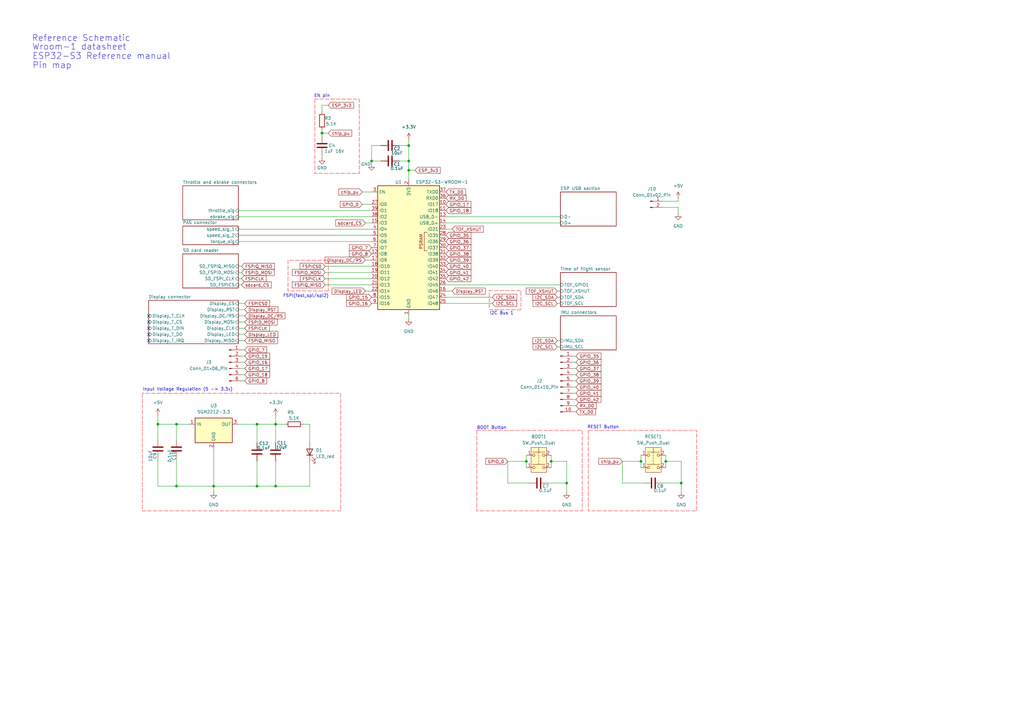
<source format=kicad_sch>
(kicad_sch (version 20250114) (generator "eeschema") (generator_version "9.0")
  (paper "A3")
  (lib_symbols
    (symbol "Connector:Conn_01x02_Pin" (pin_names (offset 1.016) (hide yes))
      (property "Reference" "J" (at 0 2.54 0))
      (property "Value" "Conn_01x02_Pin" (at 0 -5.08 0))
      (symbol "Conn_01x02_Pin_1_1"
        (rectangle (start 0.8636 0.127) (end 0 -0.127) (stroke (width 0.1524)) (fill (type outline)))
        (rectangle (start 0.8636 -2.413) (end 0 -2.667) (stroke (width 0.1524)) (fill (type outline)))
        (polyline (pts (xy 1.27 0) (xy 0.8636 0)) (stroke (width 0.1524)))
        (polyline (pts (xy 1.27 -2.54) (xy 0.8636 -2.54)) (stroke (width 0.1524)))
        (pin passive line (at 5.08 0 180) (length 3.81) (name "Pin_1") (number "1"))
        (pin passive line (at 5.08 -2.54 180) (length 3.81) (name "Pin_2") (number "2"))
      )
    )
    (symbol "Connector:Conn_01x06_Pin" (pin_names (offset 1.016) (hide yes))
      (property "Reference" "J" (at 0 7.62 0))
      (property "Value" "Conn_01x06_Pin" (at 0 -10.16 0))
      (symbol "Conn_01x06_Pin_1_1"
        (rectangle (start 0.8636 5.207) (end 0 4.953) (stroke (width 0.1524)) (fill (type outline)))
        (rectangle (start 0.8636 2.667) (end 0 2.413) (stroke (width 0.1524)) (fill (type outline)))
        (rectangle (start 0.8636 0.127) (end 0 -0.127) (stroke (width 0.1524)) (fill (type outline)))
        (rectangle (start 0.8636 -2.413) (end 0 -2.667) (stroke (width 0.1524)) (fill (type outline)))
        (rectangle (start 0.8636 -4.953) (end 0 -5.207) (stroke (width 0.1524)) (fill (type outline)))
        (rectangle (start 0.8636 -7.493) (end 0 -7.747) (stroke (width 0.1524)) (fill (type outline)))
        (polyline (pts (xy 1.27 5.08) (xy 0.8636 5.08)) (stroke (width 0.1524)))
        (polyline (pts (xy 1.27 2.54) (xy 0.8636 2.54)) (stroke (width 0.1524)))
        (polyline (pts (xy 1.27 0) (xy 0.8636 0)) (stroke (width 0.1524)))
        (polyline (pts (xy 1.27 -2.54) (xy 0.8636 -2.54)) (stroke (width 0.1524)))
        (polyline (pts (xy 1.27 -5.08) (xy 0.8636 -5.08)) (stroke (width 0.1524)))
        (polyline (pts (xy 1.27 -7.62) (xy 0.8636 -7.62)) (stroke (width 0.1524)))
        (pin passive line (at 5.08 5.08 180) (length 3.81) (name "Pin_1") (number "1"))
        (pin passive line (at 5.08 2.54 180) (length 3.81) (name "Pin_2") (number "2"))
        (pin passive line (at 5.08 0 180) (length 3.81) (name "Pin_3") (number "3"))
        (pin passive line (at 5.08 -2.54 180) (length 3.81) (name "Pin_4") (number "4"))
        (pin passive line (at 5.08 -5.08 180) (length 3.81) (name "Pin_5") (number "5"))
        (pin passive line (at 5.08 -7.62 180) (length 3.81) (name "Pin_6") (number "6"))
      )
    )
    (symbol "Connector:Conn_01x10_Pin" (pin_names (offset 1.016) (hide yes))
      (property "Reference" "J" (at 0 12.7 0))
      (property "Value" "Conn_01x10_Pin" (at 0 -15.24 0))
      (symbol "Conn_01x10_Pin_1_1"
        (rectangle (start 0.8636 10.287) (end 0 10.033) (stroke (width 0.1524)) (fill (type outline)))
        (rectangle (start 0.8636 7.747) (end 0 7.493) (stroke (width 0.1524)) (fill (type outline)))
        (rectangle (start 0.8636 5.207) (end 0 4.953) (stroke (width 0.1524)) (fill (type outline)))
        (rectangle (start 0.8636 2.667) (end 0 2.413) (stroke (width 0.1524)) (fill (type outline)))
        (rectangle (start 0.8636 0.127) (end 0 -0.127) (stroke (width 0.1524)) (fill (type outline)))
        (rectangle (start 0.8636 -2.413) (end 0 -2.667) (stroke (width 0.1524)) (fill (type outline)))
        (rectangle (start 0.8636 -4.953) (end 0 -5.207) (stroke (width 0.1524)) (fill (type outline)))
        (rectangle (start 0.8636 -7.493) (end 0 -7.747) (stroke (width 0.1524)) (fill (type outline)))
        (rectangle (start 0.8636 -10.033) (end 0 -10.287) (stroke (width 0.1524)) (fill (type outline)))
        (rectangle (start 0.8636 -12.573) (end 0 -12.827) (stroke (width 0.1524)) (fill (type outline)))
        (polyline (pts (xy 1.27 10.16) (xy 0.8636 10.16)) (stroke (width 0.1524)))
        (polyline (pts (xy 1.27 7.62) (xy 0.8636 7.62)) (stroke (width 0.1524)))
        (polyline (pts (xy 1.27 5.08) (xy 0.8636 5.08)) (stroke (width 0.1524)))
        (polyline (pts (xy 1.27 2.54) (xy 0.8636 2.54)) (stroke (width 0.1524)))
        (polyline (pts (xy 1.27 0) (xy 0.8636 0)) (stroke (width 0.1524)))
        (polyline (pts (xy 1.27 -2.54) (xy 0.8636 -2.54)) (stroke (width 0.1524)))
        (polyline (pts (xy 1.27 -5.08) (xy 0.8636 -5.08)) (stroke (width 0.1524)))
        (polyline (pts (xy 1.27 -7.62) (xy 0.8636 -7.62)) (stroke (width 0.1524)))
        (polyline (pts (xy 1.27 -10.16) (xy 0.8636 -10.16)) (stroke (width 0.1524)))
        (polyline (pts (xy 1.27 -12.7) (xy 0.8636 -12.7)) (stroke (width 0.1524)))
        (pin passive line (at 5.08 10.16 180) (length 3.81) (name "Pin_1") (number "1"))
        (pin passive line (at 5.08 7.62 180) (length 3.81) (name "Pin_2") (number "2"))
        (pin passive line (at 5.08 5.08 180) (length 3.81) (name "Pin_3") (number "3"))
        (pin passive line (at 5.08 2.54 180) (length 3.81) (name "Pin_4") (number "4"))
        (pin passive line (at 5.08 0 180) (length 3.81) (name "Pin_5") (number "5"))
        (pin passive line (at 5.08 -2.54 180) (length 3.81) (name "Pin_6") (number "6"))
        (pin passive line (at 5.08 -5.08 180) (length 3.81) (name "Pin_7") (number "7"))
        (pin passive line (at 5.08 -7.62 180) (length 3.81) (name "Pin_8") (number "8"))
        (pin passive line (at 5.08 -10.16 180) (length 3.81) (name "Pin_9") (number "9"))
        (pin passive line (at 5.08 -12.7 180) (length 3.81) (name "Pin_10") (number "10"))
      )
    )
    (symbol "Device:C" (pin_numbers (hide yes)) (pin_names (offset 0.254))
      (property "Reference" "C" (at 0.635 2.54 0))
      (property "Value" "C" (at 0.635 -2.54 0))
      (symbol "C_0_1"
        (polyline (pts (xy -2.032 0.762) (xy 2.032 0.762)) (stroke (width 0.508)))
        (polyline (pts (xy -2.032 -0.762) (xy 2.032 -0.762)) (stroke (width 0.508)))
      )
      (symbol "C_1_1"
        (pin passive line (at 0 3.81 270) (length 2.794) (name "~") (number "1"))
        (pin passive line (at 0 -3.81 90) (length 2.794) (name "~") (number "2"))
      )
    )
    (symbol "Device:LED" (pin_numbers (hide yes)) (pin_names (offset 1.016) (hide yes))
      (property "Reference" "D" (at 0 2.54 0))
      (property "Value" "LED" (at 0 -2.54 0))
      (symbol "LED_0_1"
        (polyline (pts (xy -3.048 -0.762) (xy -4.572 -2.286) (xy -3.81 -2.286) (xy -4.572 -2.286) (xy -4.572 -1.524)))
        (polyline (pts (xy -1.778 -0.762) (xy -3.302 -2.286) (xy -2.54 -2.286) (xy -3.302 -2.286) (xy -3.302 -1.524)))
        (polyline (pts (xy -1.27 0) (xy 1.27 0)))
        (polyline (pts (xy -1.27 -1.27) (xy -1.27 1.27)) (stroke (width 0.254)))
        (polyline (pts (xy 1.27 -1.27) (xy 1.27 1.27) (xy -1.27 0) (xy 1.27 -1.27)) (stroke (width 0.254)))
      )
      (symbol "LED_1_1"
        (pin passive line (at -3.81 0 0) (length 2.54) (name "K") (number "1"))
        (pin passive line (at 3.81 0 180) (length 2.54) (name "A") (number "2"))
      )
    )
    (symbol "Device:R" (pin_numbers (hide yes)) (pin_names (offset 0))
      (property "Reference" "R" (at 2.032 0 90))
      (property "Value" "R" (at 0 0 90))
      (symbol "R_0_1"
        (rectangle (start -1.016 -2.54) (end 1.016 2.54) (stroke (width 0.254)))
      )
      (symbol "R_1_1"
        (pin passive line (at 0 3.81 270) (length 1.27) (name "~") (number "1"))
        (pin passive line (at 0 -3.81 90) (length 1.27) (name "~") (number "2"))
      )
    )
    (symbol "RF_Module:ESP32-S3-WROOM-1"
      (property "Reference" "U" (at -12.7 26.67 0))
      (property "Value" "ESP32-S3-WROOM-1" (at 12.7 26.67 0))
      (symbol "ESP32-S3-WROOM-1_0_0"
        (rectangle (start -12.7 25.4) (end 12.7 -25.4) (stroke (width 0.254)) (fill (type background)))
        (text "PSRAM" (at 5.08 2.54 900) (effects (font (size 1.27 1.27))))
      )
      (symbol "ESP32-S3-WROOM-1_0_1"
        (polyline (pts (xy 7.62 -1.27) (xy 6.35 -1.27) (xy 6.35 6.35) (xy 7.62 6.35)))
      )
      (symbol "ESP32-S3-WROOM-1_1_1"
        (pin input line (at -15.24 22.86 0) (length 2.54) (name "EN") (number "3"))
        (pin bidirectional line (at -15.24 17.78 0) (length 2.54) (name "IO0") (number "27"))
        (pin bidirectional line (at -15.24 15.24 0) (length 2.54) (name "IO1") (number "39"))
        (pin bidirectional line (at -15.24 12.7 0) (length 2.54) (name "IO2") (number "38"))
        (pin bidirectional line (at -15.24 10.16 0) (length 2.54) (name "IO3") (number "15"))
        (pin bidirectional line (at -15.24 7.62 0) (length 2.54) (name "IO4") (number "4"))
        (pin bidirectional line (at -15.24 5.08 0) (length 2.54) (name "IO5") (number "5"))
        (pin bidirectional line (at -15.24 2.54 0) (length 2.54) (name "IO6") (number "6"))
        (pin bidirectional line (at -15.24 0 0) (length 2.54) (name "IO7") (number "7"))
        (pin bidirectional line (at -15.24 -2.54 0) (length 2.54) (name "IO8") (number "12"))
        (pin bidirectional line (at -15.24 -5.08 0) (length 2.54) (name "IO9") (number "17"))
        (pin bidirectional line (at -15.24 -7.62 0) (length 2.54) (name "IO10") (number "18"))
        (pin bidirectional line (at -15.24 -10.16 0) (length 2.54) (name "IO11") (number "19"))
        (pin bidirectional line (at -15.24 -12.7 0) (length 2.54) (name "IO12") (number "20"))
        (pin bidirectional line (at -15.24 -15.24 0) (length 2.54) (name "IO13") (number "21"))
        (pin bidirectional line (at -15.24 -17.78 0) (length 2.54) (name "IO14") (number "22"))
        (pin bidirectional line (at -15.24 -20.32 0) (length 2.54) (name "IO15") (number "8"))
        (pin bidirectional line (at -15.24 -22.86 0) (length 2.54) (name "IO16") (number "9"))
        (pin power_in line (at 0 27.94 270) (length 2.54) (name "3V3") (number "2"))
        (pin power_in line (at 0 -27.94 90) (length 2.54) (name "GND") (number "1"))
        (pin passive line (at 0 -27.94 90) (length 2.54) (hide yes) (name "GND") (number "40"))
        (pin passive line (at 0 -27.94 90) (length 2.54) (hide yes) (name "GND") (number "41"))
        (pin bidirectional line (at 15.24 22.86 180) (length 2.54) (name "TXD0") (number "37"))
        (pin bidirectional line (at 15.24 20.32 180) (length 2.54) (name "RXD0") (number "36"))
        (pin bidirectional line (at 15.24 17.78 180) (length 2.54) (name "IO17") (number "10"))
        (pin bidirectional line (at 15.24 15.24 180) (length 2.54) (name "IO18") (number "11"))
        (pin bidirectional line (at 15.24 12.7 180) (length 2.54) (name "USB_D-") (number "13"))
        (pin bidirectional line (at 15.24 10.16 180) (length 2.54) (name "USB_D+") (number "14"))
        (pin bidirectional line (at 15.24 7.62 180) (length 2.54) (name "IO21") (number "23"))
        (pin bidirectional line (at 15.24 5.08 180) (length 2.54) (name "IO35") (number "28"))
        (pin bidirectional line (at 15.24 2.54 180) (length 2.54) (name "IO36") (number "29"))
        (pin bidirectional line (at 15.24 0 180) (length 2.54) (name "IO37") (number "30"))
        (pin bidirectional line (at 15.24 -2.54 180) (length 2.54) (name "IO38") (number "31"))
        (pin bidirectional line (at 15.24 -5.08 180) (length 2.54) (name "IO39") (number "32"))
        (pin bidirectional line (at 15.24 -7.62 180) (length 2.54) (name "IO40") (number "33"))
        (pin bidirectional line (at 15.24 -10.16 180) (length 2.54) (name "IO41") (number "34"))
        (pin bidirectional line (at 15.24 -12.7 180) (length 2.54) (name "IO42") (number "35"))
        (pin bidirectional line (at 15.24 -15.24 180) (length 2.54) (name "IO45") (number "26"))
        (pin bidirectional line (at 15.24 -17.78 180) (length 2.54) (name "IO46") (number "16"))
        (pin bidirectional line (at 15.24 -20.32 180) (length 2.54) (name "IO47") (number "24"))
        (pin bidirectional line (at 15.24 -22.86 180) (length 2.54) (name "IO48") (number "25"))
      )
    )
    (symbol "Regulator_Linear:LT1963AxST-1.5"
      (property "Reference" "U" (at -7.62 6.35 0))
      (property "Value" "LT1963AxST-1.5" (at -1.27 6.35 0))
      (symbol "LT1963AxST-1.5_0_1"
        (rectangle (start -7.62 5.08) (end 7.62 -5.08) (stroke (width 0.254)) (fill (type background)))
      )
      (symbol "LT1963AxST-1.5_1_1"
        (pin power_in line (at -10.16 2.54 0) (length 2.54) (name "IN") (number "1"))
        (pin power_in line (at 0 -7.62 90) (length 2.54) (name "GND") (number "2"))
        (pin power_out line (at 10.16 2.54 180) (length 2.54) (name "OUT") (number "3"))
      )
    )
    (symbol "SW_Push_Dual_1" (pin_names (offset 1.016) (hide yes))
      (property "Reference" "SW2" (at 0 10.16 0))
      (property "Value" "SW_Push_Dual" (at 0 7.62 0))
      (symbol "SW_Push_Dual_1_0_1"
        (circle (center -2.032 2.54) (radius 0.508))
        (circle (center -2.032 -2.54) (radius 0.508))
        (polyline (pts (xy 0 3.81) (xy 0 5.588)))
        (polyline (pts (xy 0 3.048) (xy 0 3.556)))
        (polyline (pts (xy 0 2.032) (xy 0 2.54)))
        (polyline (pts (xy 0 1.016) (xy 0 1.524)))
        (polyline (pts (xy 0 0.508) (xy 0 0)))
        (polyline (pts (xy 0 -0.508) (xy 0 -1.016)))
        (circle (center 2.032 2.54) (radius 0.508))
        (circle (center 2.032 -2.54) (radius 0.508))
        (polyline (pts (xy 2.54 3.81) (xy -2.54 3.81)))
        (polyline (pts (xy 2.54 -1.27) (xy -2.54 -1.27)))
        (pin passive line (at -5.08 2.54 0) (length 2.54) (name "1") (number "1"))
        (pin passive line (at 5.08 2.54 180) (length 2.54) (name "2") (number "2"))
      )
      (symbol "SW_Push_Dual_1_1_1"
        (rectangle (start -3.175 5.715) (end 3.175 -4.445) (fill (type background)))
        (pin passive line (at -5.08 -2.54 0) (length 2.54) (name "1") (number "1"))
        (pin passive line (at 5.08 -2.54 180) (length 2.54) (name "2") (number "2"))
      )
    )
    (symbol "SW_Push_Dual_2" (pin_names (offset 1.016) (hide yes))
      (property "Reference" "SW2" (at 0 10.16 0))
      (property "Value" "SW_Push_Dual" (at 0 7.62 0))
      (symbol "SW_Push_Dual_2_0_1"
        (circle (center -2.032 2.54) (radius 0.508))
        (circle (center -2.032 -2.54) (radius 0.508))
        (polyline (pts (xy 0 3.81) (xy 0 5.588)))
        (polyline (pts (xy 0 3.048) (xy 0 3.556)))
        (polyline (pts (xy 0 2.032) (xy 0 2.54)))
        (polyline (pts (xy 0 1.016) (xy 0 1.524)))
        (polyline (pts (xy 0 0.508) (xy 0 0)))
        (polyline (pts (xy 0 -0.508) (xy 0 -1.016)))
        (circle (center 2.032 2.54) (radius 0.508))
        (circle (center 2.032 -2.54) (radius 0.508))
        (polyline (pts (xy 2.54 3.81) (xy -2.54 3.81)))
        (polyline (pts (xy 2.54 -1.27) (xy -2.54 -1.27)))
        (pin passive line (at -5.08 2.54 0) (length 2.54) (name "1") (number "1"))
        (pin passive line (at 5.08 2.54 180) (length 2.54) (name "2") (number "2"))
      )
      (symbol "SW_Push_Dual_2_1_1"
        (rectangle (start -3.175 5.715) (end 3.175 -4.445) (fill (type background)))
        (pin passive line (at -5.08 -2.54 0) (length 2.54) (name "1") (number "1"))
        (pin passive line (at 5.08 -2.54 180) (length 2.54) (name "2") (number "2"))
      )
    )
    (symbol "power:+3.3V" (power) (pin_numbers (hide yes)) (pin_names (offset 0) (hide yes))
      (property "Value" "+3.3V" (at 0 3.556 0))
      (symbol "+3.3V_0_1"
        (polyline (pts (xy -0.762 1.27) (xy 0 2.54)))
        (polyline (pts (xy 0 2.54) (xy 0.762 1.27)))
        (polyline (pts (xy 0 0) (xy 0 2.54)))
      )
      (symbol "+3.3V_1_1"
        (pin power_in line (at 0 0 90) (length 0) (name "~") (number "1"))
      )
    )
    (symbol "power:+5V" (power) (pin_numbers (hide yes)) (pin_names (offset 0) (hide yes))
      (property "Value" "+5V" (at 0 3.556 0))
      (symbol "+5V_0_1"
        (polyline (pts (xy -0.762 1.27) (xy 0 2.54)))
        (polyline (pts (xy 0 2.54) (xy 0.762 1.27)))
        (polyline (pts (xy 0 0) (xy 0 2.54)))
      )
      (symbol "+5V_1_1"
        (pin power_in line (at 0 0 90) (length 0) (name "~") (number "1"))
      )
    )
    (symbol "power:GND" (power) (pin_numbers (hide yes)) (pin_names (offset 0) (hide yes))
      (property "Value" "GND" (at 0 -3.81 0))
      (symbol "GND_0_1"
        (polyline (pts (xy 0 0) (xy 0 -1.27) (xy 1.27 -1.27) (xy 0 -2.54) (xy -1.27 -1.27) (xy 0 -1.27)))
      )
      (symbol "GND_1_1"
        (pin power_in line (at 0 0 270) (length 0) (name "~") (number "1"))
      )
    )
  )
  (text "EN pin" (at 132.08 39.37 0) (effects (font (size 1.27 1.27))))
  (text "FSPI(fast_spi/spi2)" (at 125.476 121.412 0) (effects (font (size 1.27 1.27))))
  (text "Reference Schematic" (at 33.274 15.748 0) (effects (font (size 2.54 2.54))))
  (text "Wroom-1 datasheet" (at 32.512 19.304 0) (effects (font (size 2.54 2.54))))
  (text "Pin map" (at 21.336 26.924 0) (effects (font (size 2.54 2.54))))
  (text "RESET Button" (at 247.396 175.26 0) (effects (font (size 1.27 1.27))))
  (text "Input Voltage Regulation (5 -> 3.3v)" (at 76.962 159.766 0) (effects (font (size 1.27 1.27))))
  (text "I2C Bus 1" (at 205.74 128.524 0) (effects (font (size 1.27 1.27))))
  (text "BOOT Button" (at 201.676 175.514 0) (effects (font (size 1.27 1.27))))
  (text "ESP32-S3 Reference manual" (at 41.656 23.114 0) (effects (font (size 2.54 2.54))))
  (junction (at 105.41 173.99))
  (junction (at 273.05 189.23))
  (junction (at 64.77 173.99))
  (junction (at 105.41 199.39))
  (junction (at 132.08 54.61))
  (junction (at 167.64 66.04))
  (junction (at 113.03 173.99))
  (junction (at 215.9 189.23))
  (junction (at 167.64 69.85))
  (junction (at 113.03 199.39))
  (junction (at 152.4 66.04))
  (junction (at 279.4 198.12))
  (junction (at 72.39 199.39))
  (junction (at 167.64 59.69))
  (junction (at 72.39 173.99))
  (junction (at 232.41 198.12))
  (junction (at 87.63 199.39))
  (junction (at 226.06 189.23))
  (junction (at 262.89 189.23))
  (no_connect (at 60.96 132.08))
  (no_connect (at 60.96 137.16))
  (no_connect (at 60.96 134.62))
  (no_connect (at 60.96 129.54))
  (no_connect (at 60.96 139.7))
  (wire (pts (xy 167.64 57.15) (xy 167.64 59.69)))
  (wire (pts (xy 278.13 82.55) (xy 278.13 81.28)))
  (wire (pts (xy 105.41 199.39) (xy 87.63 199.39)))
  (wire (pts (xy 100.33 153.67) (xy 99.06 153.67)))
  (wire (pts (xy 127 199.39) (xy 113.03 199.39)))
  (wire (pts (xy 87.63 199.39) (xy 72.39 199.39)))
  (wire (pts (xy 64.77 199.39) (xy 64.77 187.96)))
  (wire (pts (xy 72.39 173.99) (xy 77.47 173.99)))
  (wire (pts (xy 149.86 106.68) (xy 152.4 106.68)))
  (wire (pts (xy 208.28 189.23) (xy 215.9 189.23)))
  (wire (pts (xy 215.9 189.23) (xy 215.9 191.77)))
  (wire (pts (xy 97.79 96.52) (xy 152.4 96.52)))
  (wire (pts (xy 236.22 153.67) (xy 234.95 153.67)))
  (wire (pts (xy 72.39 180.34) (xy 72.39 173.99)))
  (wire (pts (xy 148.59 83.82) (xy 152.4 83.82)))
  (wire (pts (xy 133.35 114.3) (xy 152.4 114.3)))
  (wire (pts (xy 167.64 69.85) (xy 167.64 73.66)))
  (wire (pts (xy 226.06 186.69) (xy 226.06 189.23)))
  (wire (pts (xy 201.93 124.46) (xy 182.88 124.46)))
  (wire (pts (xy 64.77 180.34) (xy 64.77 173.99)))
  (wire (pts (xy 232.41 198.12) (xy 232.41 189.23)))
  (wire (pts (xy 236.22 151.13) (xy 234.95 151.13)))
  (wire (pts (xy 113.03 189.23) (xy 113.03 199.39)))
  (wire (pts (xy 215.9 186.69) (xy 215.9 189.23)))
  (wire (pts (xy 170.18 69.85) (xy 167.64 69.85)))
  (wire (pts (xy 182.88 91.44) (xy 229.87 91.44)))
  (wire (pts (xy 124.46 173.99) (xy 127 173.99)))
  (wire (pts (xy 273.05 189.23) (xy 273.05 191.77)))
  (wire (pts (xy 99.06 109.22) (xy 97.79 109.22)))
  (wire (pts (xy 100.33 127) (xy 97.79 127)))
  (wire (pts (xy 262.89 189.23) (xy 262.89 191.77)))
  (wire (pts (xy 97.79 99.06) (xy 152.4 99.06)))
  (wire (pts (xy 113.03 170.18) (xy 113.03 173.99)))
  (wire (pts (xy 149.86 119.38) (xy 152.4 119.38)))
  (wire (pts (xy 100.33 151.13) (xy 99.06 151.13)))
  (wire (pts (xy 236.22 146.05) (xy 234.95 146.05)))
  (wire (pts (xy 97.79 88.9) (xy 152.4 88.9)))
  (wire (pts (xy 100.33 139.7) (xy 97.79 139.7)))
  (wire (pts (xy 224.79 198.12) (xy 232.41 198.12)))
  (wire (pts (xy 167.64 130.81) (xy 167.64 129.54)))
  (wire (pts (xy 100.33 134.62) (xy 97.79 134.62)))
  (wire (pts (xy 152.4 59.69) (xy 152.4 66.04)))
  (wire (pts (xy 133.35 109.22) (xy 152.4 109.22)))
  (wire (pts (xy 72.39 199.39) (xy 64.77 199.39)))
  (wire (pts (xy 152.4 59.69) (xy 156.21 59.69)))
  (wire (pts (xy 97.79 93.98) (xy 152.4 93.98)))
  (wire (pts (xy 228.6 142.24) (xy 229.87 142.24)))
  (wire (pts (xy 97.79 173.99) (xy 105.41 173.99)))
  (wire (pts (xy 182.88 116.84) (xy 229.87 116.84)))
  (wire (pts (xy 236.22 156.21) (xy 234.95 156.21)))
  (wire (pts (xy 100.33 143.51) (xy 99.06 143.51)))
  (wire (pts (xy 278.13 85.09) (xy 278.13 87.63)))
  (wire (pts (xy 167.64 66.04) (xy 167.64 69.85)))
  (wire (pts (xy 100.33 132.08) (xy 97.79 132.08)))
  (wire (pts (xy 132.08 43.18) (xy 132.08 45.72)))
  (wire (pts (xy 262.89 186.69) (xy 262.89 189.23)))
  (wire (pts (xy 64.77 170.18) (xy 64.77 173.99)))
  (wire (pts (xy 132.08 54.61) (xy 132.08 53.34)))
  (wire (pts (xy 236.22 161.29) (xy 234.95 161.29)))
  (wire (pts (xy 100.33 146.05) (xy 99.06 146.05)))
  (wire (pts (xy 185.42 93.98) (xy 182.88 93.98)))
  (wire (pts (xy 217.17 198.12) (xy 208.28 198.12)))
  (wire (pts (xy 152.4 67.31) (xy 152.4 66.04)))
  (wire (pts (xy 132.08 55.88) (xy 132.08 54.61)))
  (wire (pts (xy 97.79 86.36) (xy 152.4 86.36)))
  (wire (pts (xy 97.79 124.46) (xy 100.33 124.46)))
  (wire (pts (xy 99.06 114.3) (xy 97.79 114.3)))
  (wire (pts (xy 236.22 163.83) (xy 234.95 163.83)))
  (wire (pts (xy 236.22 158.75) (xy 234.95 158.75)))
  (wire (pts (xy 99.06 111.76) (xy 97.79 111.76)))
  (wire (pts (xy 182.88 88.9) (xy 229.87 88.9)))
  (wire (pts (xy 105.41 173.99) (xy 105.41 181.61)))
  (wire (pts (xy 228.6 119.38) (xy 229.87 119.38)))
  (wire (pts (xy 208.28 198.12) (xy 208.28 189.23)))
  (wire (pts (xy 271.78 85.09) (xy 278.13 85.09)))
  (wire (pts (xy 99.06 116.84) (xy 97.79 116.84)))
  (wire (pts (xy 127 173.99) (xy 127 181.61)))
  (wire (pts (xy 232.41 189.23) (xy 226.06 189.23)))
  (wire (pts (xy 279.4 201.93) (xy 279.4 198.12)))
  (wire (pts (xy 100.33 156.21) (xy 99.06 156.21)))
  (wire (pts (xy 236.22 148.59) (xy 234.95 148.59)))
  (wire (pts (xy 236.22 168.91) (xy 234.95 168.91)))
  (wire (pts (xy 149.86 91.44) (xy 152.4 91.44)))
  (wire (pts (xy 255.27 189.23) (xy 262.89 189.23)))
  (wire (pts (xy 228.6 139.7) (xy 229.87 139.7)))
  (wire (pts (xy 100.33 129.54) (xy 97.79 129.54)))
  (wire (pts (xy 72.39 187.96) (xy 72.39 199.39)))
  (wire (pts (xy 134.62 43.18) (xy 132.08 43.18)))
  (wire (pts (xy 185.42 119.38) (xy 182.88 119.38)))
  (wire (pts (xy 273.05 186.69) (xy 273.05 189.23)))
  (wire (pts (xy 152.4 66.04) (xy 156.21 66.04)))
  (wire (pts (xy 163.83 59.69) (xy 167.64 59.69)))
  (wire (pts (xy 105.41 189.23) (xy 105.41 199.39)))
  (wire (pts (xy 271.78 82.55) (xy 278.13 82.55)))
  (wire (pts (xy 134.62 54.61) (xy 132.08 54.61)))
  (wire (pts (xy 228.6 124.46) (xy 229.87 124.46)))
  (wire (pts (xy 279.4 198.12) (xy 279.4 189.23)))
  (wire (pts (xy 201.93 121.92) (xy 182.88 121.92)))
  (wire (pts (xy 228.6 121.92) (xy 229.87 121.92)))
  (wire (pts (xy 100.33 148.59) (xy 99.06 148.59)))
  (wire (pts (xy 167.64 59.69) (xy 167.64 66.04)))
  (wire (pts (xy 133.35 111.76) (xy 152.4 111.76)))
  (wire (pts (xy 236.22 166.37) (xy 234.95 166.37)))
  (wire (pts (xy 255.27 198.12) (xy 255.27 189.23)))
  (wire (pts (xy 113.03 181.61) (xy 113.03 173.99)))
  (wire (pts (xy 72.39 173.99) (xy 64.77 173.99)))
  (wire (pts (xy 87.63 201.93) (xy 87.63 199.39)))
  (wire (pts (xy 87.63 184.15) (xy 87.63 199.39)))
  (wire (pts (xy 226.06 189.23) (xy 226.06 191.77)))
  (wire (pts (xy 97.79 137.16) (xy 100.33 137.16)))
  (wire (pts (xy 264.16 198.12) (xy 255.27 198.12)))
  (wire (pts (xy 132.08 64.77) (xy 132.08 63.5)))
  (wire (pts (xy 232.41 201.93) (xy 232.41 198.12)))
  (wire (pts (xy 113.03 173.99) (xy 105.41 173.99)))
  (wire (pts (xy 167.64 66.04) (xy 163.83 66.04)))
  (wire (pts (xy 279.4 189.23) (xy 273.05 189.23)))
  (wire (pts (xy 148.59 78.74) (xy 152.4 78.74)))
  (wire (pts (xy 127 189.23) (xy 127 199.39)))
  (wire (pts (xy 113.03 199.39) (xy 105.41 199.39)))
  (wire (pts (xy 116.84 173.99) (xy 113.03 173.99)))
  (wire (pts (xy 271.78 198.12) (xy 279.4 198.12)))
  (wire (pts (xy 133.35 116.84) (xy 152.4 116.84)))
  (global_label "FSPIQ_MISO" (shape input) (at 133.35 116.84 180) (property "Intersheetrefs" "${INTERSHEET_REFS}" (effects (hide yes))))
  (global_label "I2C_SDA" (shape input) (at 228.6 121.92 180) (property "Intersheetrefs" "${INTERSHEET_REFS}" (effects (hide yes))))
  (global_label "sdcard_CS" (shape input) (at 99.06 116.84 0) (property "Intersheetrefs" "${INTERSHEET_REFS}" (effects (hide yes))))
  (global_label "GPIO_37" (shape input) (at 182.88 101.6 0) (property "Intersheetrefs" "${INTERSHEET_REFS}" (effects (hide yes))))
  (global_label "Display_RST" (shape input) (at 100.33 127 0) (property "Intersheetrefs" "${INTERSHEET_REFS}" (effects (hide yes))))
  (global_label "ESP_3v3" (shape input) (at 170.18 69.85 0) (property "Intersheetrefs" "${INTERSHEET_REFS}" (effects (hide yes))))
  (global_label "GPIO_39" (shape input) (at 236.22 156.21 0) (property "Intersheetrefs" "${INTERSHEET_REFS}" (effects (hide yes))))
  (global_label "GPIO_18" (shape input) (at 100.33 153.67 0) (property "Intersheetrefs" "${INTERSHEET_REFS}" (effects (hide yes))))
  (global_label "GPIO_8" (shape input) (at 100.33 156.21 0) (property "Intersheetrefs" "${INTERSHEET_REFS}" (effects (hide yes))))
  (global_label "GPIO_15" (shape input) (at 100.33 146.05 0) (property "Intersheetrefs" "${INTERSHEET_REFS}" (effects (hide yes))))
  (global_label "GPIO_38" (shape input) (at 236.22 153.67 0) (property "Intersheetrefs" "${INTERSHEET_REFS}" (effects (hide yes))))
  (global_label "sdcard_CS" (shape input) (at 149.86 91.44 180) (property "Intersheetrefs" "${INTERSHEET_REFS}" (effects (hide yes))))
  (global_label "FSPID_MOSI" (shape input) (at 100.33 132.08 0) (property "Intersheetrefs" "${INTERSHEET_REFS}" (effects (hide yes))))
  (global_label "I2C_SCL" (shape input) (at 228.6 142.24 180) (property "Intersheetrefs" "${INTERSHEET_REFS}" (effects (hide yes))))
  (global_label "I2C_SDA" (shape input) (at 201.93 121.92 0) (property "Intersheetrefs" "${INTERSHEET_REFS}" (effects (hide yes))))
  (global_label "Display_LED" (shape input) (at 149.86 119.38 180) (property "Intersheetrefs" "${INTERSHEET_REFS}" (effects (hide yes))))
  (global_label "chip_pu" (shape input) (at 255.27 189.23 180) (property "Intersheetrefs" "${INTERSHEET_REFS}" (effects (hide yes))))
  (global_label "TX_D0" (shape input) (at 182.88 78.74 0) (property "Intersheetrefs" "${INTERSHEET_REFS}" (effects (hide yes))))
  (global_label "FSPICS0" (shape input) (at 100.33 124.46 0) (property "Intersheetrefs" "${INTERSHEET_REFS}" (effects (hide yes))))
  (global_label "GPIO_0" (shape input) (at 148.59 83.82 180) (property "Intersheetrefs" "${INTERSHEET_REFS}" (effects (hide yes))))
  (global_label "GPIO_36" (shape input) (at 182.88 99.06 0) (property "Intersheetrefs" "${INTERSHEET_REFS}" (effects (hide yes))))
  (global_label "I2C_SCL" (shape input) (at 228.6 124.46 180) (property "Intersheetrefs" "${INTERSHEET_REFS}" (effects (hide yes))))
  (global_label "GPIO_42" (shape input) (at 236.22 163.83 0) (property "Intersheetrefs" "${INTERSHEET_REFS}" (effects (hide yes))))
  (global_label "GPIO_36" (shape input) (at 236.22 148.59 0) (property "Intersheetrefs" "${INTERSHEET_REFS}" (effects (hide yes))))
  (global_label "FSPIQ_MISO" (shape input) (at 99.06 109.22 0) (property "Intersheetrefs" "${INTERSHEET_REFS}" (effects (hide yes))))
  (global_label "GPIO_37" (shape input) (at 236.22 151.13 0) (property "Intersheetrefs" "${INTERSHEET_REFS}" (effects (hide yes))))
  (global_label "GPIO_40" (shape input) (at 236.22 158.75 0) (property "Intersheetrefs" "${INTERSHEET_REFS}" (effects (hide yes))))
  (global_label "I2C_SDA" (shape input) (at 228.6 139.7 180) (property "Intersheetrefs" "${INTERSHEET_REFS}" (effects (hide yes))))
  (global_label "FSPIQ_MISO" (shape input) (at 100.33 139.7 0) (property "Intersheetrefs" "${INTERSHEET_REFS}" (effects (hide yes))))
  (global_label "GPIO_17" (shape input) (at 100.33 151.13 0) (property "Intersheetrefs" "${INTERSHEET_REFS}" (effects (hide yes))))
  (global_label "GPIO_42" (shape input) (at 182.88 114.3 0) (property "Intersheetrefs" "${INTERSHEET_REFS}" (effects (hide yes))))
  (global_label "GPIO_35" (shape input) (at 182.88 96.52 0) (property "Intersheetrefs" "${INTERSHEET_REFS}" (effects (hide yes))))
  (global_label "GPIO_35" (shape input) (at 236.22 146.05 0) (property "Intersheetrefs" "${INTERSHEET_REFS}" (effects (hide yes))))
  (global_label "I2C_SCL" (shape input) (at 201.93 124.46 0) (property "Intersheetrefs" "${INTERSHEET_REFS}" (effects (hide yes))))
  (global_label "GPIO_8" (shape input) (at 152.4 104.14 180) (property "Intersheetrefs" "${INTERSHEET_REFS}" (effects (hide yes))))
  (global_label "FSPICLK" (shape input) (at 99.06 114.3 0) (property "Intersheetrefs" "${INTERSHEET_REFS}" (effects (hide yes))))
  (global_label "GPIO_18" (shape input) (at 182.88 86.36 0) (property "Intersheetrefs" "${INTERSHEET_REFS}" (effects (hide yes))))
  (global_label "RX_D0" (shape input) (at 182.88 81.28 0) (property "Intersheetrefs" "${INTERSHEET_REFS}" (effects (hide yes))))
  (global_label "ESP_3v3" (shape input) (at 134.62 43.18 0) (property "Intersheetrefs" "${INTERSHEET_REFS}" (effects (hide yes))))
  (global_label "TX_D0" (shape input) (at 236.22 168.91 0) (property "Intersheetrefs" "${INTERSHEET_REFS}" (effects (hide yes))))
  (global_label "FSPID_MOSI" (shape input) (at 133.35 111.76 180) (property "Intersheetrefs" "${INTERSHEET_REFS}" (effects (hide yes))))
  (global_label "GPIO_41" (shape input) (at 236.22 161.29 0) (property "Intersheetrefs" "${INTERSHEET_REFS}" (effects (hide yes))))
  (global_label "GPIO_41" (shape input) (at 182.88 111.76 0) (property "Intersheetrefs" "${INTERSHEET_REFS}" (effects (hide yes))))
  (global_label "GPIO_16" (shape input) (at 152.4 124.46 180) (property "Intersheetrefs" "${INTERSHEET_REFS}" (effects (hide yes))))
  (global_label "GPIO_7" (shape input) (at 100.33 143.51 0) (property "Intersheetrefs" "${INTERSHEET_REFS}" (effects (hide yes))))
  (global_label "chip_pu" (shape input) (at 134.62 54.61 0) (property "Intersheetrefs" "${INTERSHEET_REFS}" (effects (hide yes))))
  (global_label "GPIO_40" (shape input) (at 182.88 109.22 0) (property "Intersheetrefs" "${INTERSHEET_REFS}" (effects (hide yes))))
  (global_label "GPIO_16" (shape input) (at 100.33 148.59 0) (property "Intersheetrefs" "${INTERSHEET_REFS}" (effects (hide yes))))
  (global_label "GPIO_17" (shape input) (at 182.88 83.82 0) (property "Intersheetrefs" "${INTERSHEET_REFS}" (effects (hide yes))))
  (global_label "GPIO_38" (shape input) (at 182.88 104.14 0) (property "Intersheetrefs" "${INTERSHEET_REFS}" (effects (hide yes))))
  (global_label "Display_DC{slash}RS" (shape input) (at 100.33 129.54 0) (property "Intersheetrefs" "${INTERSHEET_REFS}" (effects (hide yes))))
  (global_label "FSPID_MOSI" (shape input) (at 99.06 111.76 0) (property "Intersheetrefs" "${INTERSHEET_REFS}" (effects (hide yes))))
  (global_label "RX_D0" (shape input) (at 236.22 166.37 0) (property "Intersheetrefs" "${INTERSHEET_REFS}" (effects (hide yes))))
  (global_label "GPIO_7" (shape input) (at 152.4 101.6 180) (property "Intersheetrefs" "${INTERSHEET_REFS}" (effects (hide yes))))
  (global_label "FSPICLK" (shape input) (at 100.33 134.62 0) (property "Intersheetrefs" "${INTERSHEET_REFS}" (effects (hide yes))))
  (global_label "Display_RST" (shape input) (at 185.42 119.38 0) (property "Intersheetrefs" "${INTERSHEET_REFS}" (effects (hide yes))))
  (global_label "GPIO_39" (shape input) (at 182.88 106.68 0) (property "Intersheetrefs" "${INTERSHEET_REFS}" (effects (hide yes))))
  (global_label "FSPICLK" (shape input) (at 133.35 114.3 180) (property "Intersheetrefs" "${INTERSHEET_REFS}" (effects (hide yes))))
  (global_label "Display_DC{slash}RS" (shape input) (at 149.86 106.68 180) (property "Intersheetrefs" "${INTERSHEET_REFS}" (effects (hide yes))))
  (global_label "GPIO_15" (shape input) (at 152.4 121.92 180) (property "Intersheetrefs" "${INTERSHEET_REFS}" (effects (hide yes))))
  (global_label "TOF_XSHUT" (shape input) (at 228.6 119.38 180) (property "Intersheetrefs" "${INTERSHEET_REFS}" (effects (hide yes))))
  (global_label "GPIO_0" (shape input) (at 208.28 189.23 180) (property "Intersheetrefs" "${INTERSHEET_REFS}" (effects (hide yes))))
  (global_label "chip_pu" (shape input) (at 148.59 78.74 180) (property "Intersheetrefs" "${INTERSHEET_REFS}" (effects (hide yes))))
  (global_label "Display_LED" (shape input) (at 100.33 137.16 0) (property "Intersheetrefs" "${INTERSHEET_REFS}" (effects (hide yes))))
  (global_label "FSPICS0" (shape input) (at 133.35 109.22 180) (property "Intersheetrefs" "${INTERSHEET_REFS}" (effects (hide yes))))
  (global_label "TOF_XSHUT" (shape input) (at 185.42 93.98 0) (property "Intersheetrefs" "${INTERSHEET_REFS}" (effects (hide yes))))
  (rule_area (polyline (pts (xy 58.42 161.29) (xy 58.42 209.55) (xy 139.7 209.55) (xy 139.7 161.29)) (stroke (width 0) (type dash))))
  (rule_area (polyline (pts (xy 134.6351 119.3433) (xy 118.1251 119.3433) (xy 118.1268 106.7591) (xy 134.6368 106.7591)) (stroke (width 0) (type dash))))
  (rule_area (polyline (pts (xy 213.676 127.0197) (xy 200.66 127) (xy 200.6533 119.1467) (xy 213.6693 119.1664)) (stroke (width 0) (type dash))))
  (rule_area (polyline (pts (xy 129.1488 40.6278) (xy 129.1489 71.1078) (xy 147.32 71.1199) (xy 147.3199 40.6399)) (stroke (width 0) (type dash))))
  (rule_area (polyline (pts (xy 195.58 176.53) (xy 195.58 209.55) (xy 238.76 209.55) (xy 238.76 176.53)) (stroke (width 0) (type dash))))
  (rule_area (polyline (pts (xy 241.3 176.53) (xy 241.3 209.55) (xy 285.75 209.55) (xy 285.75 176.53)) (stroke (width 0) (type dash))))
  (symbol (lib_id "Connector:Conn_01x06_Pin") (at 93.98 148.59 0) (unit 1)
    (property "Reference" "J3" (at 85.598 148.59 0))
    (property "Value" "Conn_01x06_Pin" (at 85.598 151.13 0))
    (property "Footprint" "Connector_PinHeader_2.54mm:PinHeader_1x06_P2.54mm_Vertical" (effects (hide yes)))
    (property "Description" "Generic connector, single row, 01x06, script generated" (effects (hide yes)))
  )
  (symbol (lib_id "power:GND") (at 152.4 67.31 0) (unit 1)
    (property "Reference" "#PWR03" (effects (hide yes)))
    (property "Value" "GND" (at 150.114 67.31 0))
    (property "Description" "Power symbol creates a global label with name \"GND\" , ground" (effects (hide yes)))
  )
  (symbol (lib_id "power:+3.3V") (at 113.03 170.18 0) (unit 1)
    (property "Reference" "#PWR014" (effects (hide yes)))
    (property "Value" "+3.3V" (at 113.03 165.1 0))
    (property "Description" "Power symbol creates a global label with name \"+3.3V\"" (effects (hide yes)))
  )
  (symbol (lib_id "Device:C") (at 113.03 185.42 180) (unit 1)
    (property "Reference" "C11" (at 115.57 181.61 0))
    (property "Value" "10uF" (at 115.57 183.388 0))
    (property "Footprint" "Capacitor_SMD:C_0603_1608Metric_Pad1.08x0.95mm_HandSolder" (effects (hide yes)))
    (property "Description" "Unpolarized capacitor" (effects (hide yes)))
  )
  (symbol (lib_id "Regulator_Linear:LT1963AxST-1.5") (at 87.63 176.53 0) (unit 1)
    (property "Reference" "U3" (at 87.63 166.37 0))
    (property "Value" "SGM2212-3.3" (at 87.63 168.91 0))
    (property "Footprint" "Package_TO_SOT_SMD:SOT-223-3_TabPin2" (effects (hide yes)))
    (property "Datasheet" "https://lcsc.com/datasheet/lcsc_datasheet_2412031521_SGMICRO-SGM2212-3-3XKC3G-TR_C3294699.pdf" (effects (hide yes)))
    (property "Description" "Input Voltage Range: 2.7V to 20V. Output Current: 800mA" (effects (hide yes)))
  )
  (symbol (lib_id "Connector:Conn_01x02_Pin") (at 266.7 82.55 0) (unit 1)
    (property "Reference" "J10" (at 267.335 77.47 0))
    (property "Value" "Conn_01x02_Pin" (at 267.335 80.01 0))
    (property "Footprint" "Connector_PinHeader_2.54mm:PinHeader_1x02_P2.54mm_Vertical" (effects (hide yes)))
    (property "Description" "Generic connector, single row, 01x02, script generated" (effects (hide yes)))
  )
  (symbol (lib_id "Device:LED") (at 127 185.42 90) (unit 1)
    (property "Reference" "D1" (at 129.54 184.658 90) (effects (justify right)))
    (property "Value" "LED_red" (at 129.54 187.198 90) (effects (justify right)))
    (property "Footprint" "LED_SMD:LED_0603_1608Metric_Pad1.05x0.95mm_HandSolder" (effects (hide yes)))
    (property "Datasheet" "https://lcsc.com/datasheet/lcsc_datasheet_2504101957_XINGLIGHT-XL-1608SURC-06_C965799.pdf" (effects (hide yes)))
    (property "Description" "Light emitting diode" (effects (hide yes)))
    (property "Sim.Pins" "1=K 2=A" (effects (hide yes)))
  )
  (symbol (lib_id "power:GND") (at 167.64 130.81 0) (unit 1)
    (property "Reference" "#PWR02" (effects (hide yes)))
    (property "Value" "GND" (at 167.64 135.89 0))
    (property "Description" "Power symbol creates a global label with name \"GND\" , ground" (effects (hide yes)))
  )
  (symbol (lib_id "Device:C") (at 220.98 198.12 90) (unit 1)
    (property "Reference" "C7" (at 223.774 199.39 90))
    (property "Value" "0.1uF" (at 223.774 201.168 90))
    (property "Footprint" "Capacitor_SMD:C_0603_1608Metric_Pad1.08x0.95mm_HandSolder" (effects (hide yes)))
    (property "Description" "Unpolarized capacitor" (effects (hide yes)))
  )
  (symbol (lib_id "Device:C") (at 160.02 66.04 90) (unit 1)
    (property "Reference" "C1" (at 162.814 67.31 90))
    (property "Value" "0.1uF" (at 162.814 69.088 90))
    (property "Footprint" "Capacitor_SMD:C_0603_1608Metric_Pad1.08x0.95mm_HandSolder" (effects (hide yes)))
    (property "Description" "Unpolarized capacitor" (effects (hide yes)))
  )
  (symbol (lib_id "Device:C") (at 160.02 59.69 90) (unit 1)
    (property "Reference" "C2" (at 162.814 60.96 90))
    (property "Value" "10uF" (at 162.814 62.738 90))
    (property "Footprint" "Capacitor_SMD:C_0603_1608Metric_Pad1.08x0.95mm_HandSolder" (effects (hide yes)))
    (property "Description" "Unpolarized capacitor" (effects (hide yes)))
  )
  (symbol (lib_id "power:GND") (at 232.41 201.93 0) (unit 1)
    (property "Reference" "#PWR010" (effects (hide yes)))
    (property "Value" "GND" (at 232.41 207.01 0))
    (property "Description" "Power symbol creates a global label with name \"GND\" , ground" (effects (hide yes)))
  )
  (symbol (lib_id "Device:C") (at 105.41 185.42 180) (unit 1)
    (property "Reference" "C12" (at 108.204 181.864 0))
    (property "Value" "0.1uF" (at 108.204 183.642 0))
    (property "Footprint" "Capacitor_SMD:C_0603_1608Metric_Pad1.08x0.95mm_HandSolder" (effects (hide yes)))
    (property "Description" "Unpolarized capacitor" (effects (hide yes)))
  )
  (symbol (lib_id "Device:R") (at 120.65 173.99 90) (unit 1)
    (property "Reference" "R5" (at 117.856 169.164 90) (effects (justify right)))
    (property "Value" "5.1K" (at 118.364 171.45 90) (effects (justify right)))
    (property "Footprint" "Resistor_SMD:R_0805_2012Metric_Pad1.20x1.40mm_HandSolder" (effects (hide yes)))
    (property "Description" "Resistor" (effects (hide yes)))
  )
  (symbol (lib_id "Connector:Conn_01x10_Pin") (at 229.87 156.21 0) (unit 1)
    (property "Reference" "J2" (at 221.234 156.21 0))
    (property "Value" "Conn_01x10_Pin" (at 221.234 158.75 0))
    (property "Footprint" "Connector_PinHeader_2.54mm:PinHeader_1x10_P2.54mm_Vertical" (effects (hide yes)))
    (property "Description" "Generic connector, single row, 01x10, script generated" (effects (hide yes)))
  )
  (symbol (lib_id "power:GND") (at 132.08 64.77 0) (unit 1)
    (property "Reference" "#PWR08" (effects (hide yes)))
    (property "Value" "GND" (at 132.08 68.834 0))
    (property "Description" "Power symbol creates a global label with name \"GND\" , ground" (effects (hide yes)))
  )
  (symbol (lib_id "power:+5V") (at 278.13 81.28 0) (unit 1)
    (property "Reference" "#PWR033" (effects (hide yes)))
    (property "Value" "+5V" (at 278.13 76.2 0))
    (property "Description" "Power symbol creates a global label with name \"+5V\"" (effects (hide yes)))
  )
  (symbol (lib_name "SW_Push_Dual_1") (lib_id "Switch:SW_Push_Dual") (at 220.98 189.23 0) (unit 1)
    (property "Reference" "BOOT1" (at 220.98 179.07 0))
    (property "Value" "SW_Push_Dual" (at 220.98 181.61 0))
    (property "Footprint" "Button_Switch_THT:SW_PUSH_6mm" (effects (hide yes)))
    (property "Description" "Push button switch, generic, symbol, four pins" (effects (hide yes)))
  )
  (symbol (lib_id "Device:C") (at 72.39 184.15 0) (unit 1)
    (property "Reference" "C10" (at 71.374 186.944 90))
    (property "Value" "0.1uF" (at 69.596 186.944 90))
    (property "Footprint" "Capacitor_SMD:C_0603_1608Metric_Pad1.08x0.95mm_HandSolder" (effects (hide yes)))
    (property "Description" "Unpolarized capacitor" (effects (hide yes)))
  )
  (symbol (lib_id "RF_Module:ESP32-S3-WROOM-1") (at 167.64 101.6 0) (unit 1)
    (property "Reference" "U1" (at 162.052 74.676 0) (effects (justify left)))
    (property "Value" "ESP32-S3-WROOM-1" (at 170.5453 74.676 0) (effects (justify left)))
    (property "Footprint" "RF_Module:ESP32-S3-WROOM-1" (effects (hide yes)))
    (property "Datasheet" "https://www.espressif.com/sites/default/files/documentation/esp32-s3-wroom-1_wroom-1u_datasheet_en.pdf" (effects (hide yes)))
    (property "Description" "RF Module, ESP32-S3 SoC, Wi-Fi 802.11b/g/n, Bluetooth, BLE, 32-bit, 3.3V, onboard antenna, SMD" (effects (hide yes)))
  )
  (symbol (lib_id "Device:C") (at 267.97 198.12 90) (unit 1)
    (property "Reference" "C8" (at 270.764 199.39 90))
    (property "Value" "0.1uF" (at 270.764 201.168 90))
    (property "Footprint" "Capacitor_SMD:C_0603_1608Metric_Pad1.08x0.95mm_HandSolder" (effects (hide yes)))
    (property "Description" "Unpolarized capacitor" (effects (hide yes)))
  )
  (symbol (lib_id "Device:C") (at 64.77 184.15 0) (unit 1)
    (property "Reference" "C9" (at 63.5 186.944 90))
    (property "Value" "10uF" (at 61.722 186.944 90))
    (property "Footprint" "Capacitor_SMD:C_0603_1608Metric_Pad1.08x0.95mm_HandSolder" (effects (hide yes)))
    (property "Description" "Unpolarized capacitor" (effects (hide yes)))
  )
  (symbol (lib_id "Device:R") (at 132.08 49.53 0) (unit 1)
    (property "Reference" "R3" (at 133.096 48.514 0) (effects (justify left)))
    (property "Value" "5.1K" (at 133.604 50.8 0) (effects (justify left)))
    (property "Footprint" "Resistor_SMD:R_0805_2012Metric_Pad1.20x1.40mm_HandSolder" (effects (hide yes)))
    (property "Description" "Resistor" (effects (hide yes)))
  )
  (symbol (lib_id "power:+3.3V") (at 167.64 57.15 0) (unit 1)
    (property "Reference" "#PWR01" (effects (hide yes)))
    (property "Value" "+3.3V" (at 167.64 52.07 0))
    (property "Description" "Power symbol creates a global label with name \"+3.3V\"" (effects (hide yes)))
  )
  (symbol (lib_id "power:+5V") (at 64.77 170.18 0) (unit 1)
    (property "Reference" "#PWR012" (effects (hide yes)))
    (property "Value" "+5V" (at 64.77 165.1 0))
    (property "Description" "Power symbol creates a global label with name \"+5V\"" (effects (hide yes)))
  )
  (symbol (lib_id "power:GND") (at 87.63 201.93 0) (unit 1)
    (property "Reference" "#PWR013" (effects (hide yes)))
    (property "Value" "GND" (at 87.63 207.01 0))
    (property "Description" "Power symbol creates a global label with name \"GND\" , ground" (effects (hide yes)))
  )
  (symbol (lib_id "Device:C") (at 132.08 59.69 180) (unit 1)
    (property "Reference" "C4" (at 136.144 59.69 0))
    (property "Value" "1uF 16V" (at 137.16 61.976 0))
    (property "Footprint" "Capacitor_SMD:C_0603_1608Metric_Pad1.08x0.95mm_HandSolder" (effects (hide yes)))
    (property "Description" "Unpolarized capacitor" (effects (hide yes)))
  )
  (symbol (lib_name "SW_Push_Dual_2") (lib_id "Switch:SW_Push_Dual") (at 267.97 189.23 0) (unit 1)
    (property "Reference" "RESET1" (at 267.97 179.07 0))
    (property "Value" "SW_Push_Dual" (at 267.97 181.61 0))
    (property "Footprint" "Button_Switch_THT:SW_PUSH_6mm" (effects (hide yes)))
    (property "Description" "Push button switch, generic, symbol, four pins" (effects (hide yes)))
  )
  (symbol (lib_id "power:GND") (at 279.4 201.93 0) (unit 1)
    (property "Reference" "#PWR011" (effects (hide yes)))
    (property "Value" "GND" (at 279.4 207.01 0))
    (property "Description" "Power symbol creates a global label with name \"GND\" , ground" (effects (hide yes)))
  )
  (symbol (lib_id "power:GND") (at 278.13 87.63 0) (unit 1)
    (property "Reference" "#PWR034" (effects (hide yes)))
    (property "Value" "GND" (at 278.13 92.71 0))
    (property "Description" "Power symbol creates a global label with name \"GND\" , ground" (effects (hide yes)))
  )
  (sheet (at 60.96 123.19) (size 36.83 17.78) (stroke (width 0.1524))
    (property "Sheetname" "Display connector" (at 60.96 122.4784 0) (effects (justify left bottom)))
    (property "Sheetfile" "display.kicad_sch" (effects (hide yes)))
    (pin "Display_CS" input (at 97.79 124.46 0))
    (pin "Display_DC{slash}RS" input (at 97.79 129.54 0))
    (pin "Display_RST" input (at 97.79 127 0))
    (pin "Display_LED" input (at 97.79 137.16 0))
    (pin "Display_MOSI" input (at 97.79 132.08 0))
    (pin "Display_CLK" input (at 97.79 134.62 0))
    (pin "Display_T_CLK" input (at 60.96 129.54 180))
    (pin "Display_MISO" input (at 97.79 139.7 0))
    (pin "Display_T_IRQ" input (at 60.96 139.7 180))
    (pin "Display_T_DO" input (at 60.96 137.16 180))
    (pin "Display_T_CS" input (at 60.96 132.08 180))
    (pin "Display_T_DIN" input (at 60.96 134.62 180))
  )
  (sheet (at 229.87 78.74) (size 22.86 13.97) (stroke (width 0.1524))
    (property "Sheetname" "ESP USB section" (at 229.87 78.0284 0) (effects (justify left bottom)))
    (property "Sheetfile" "usb_c_resceptacle.kicad_sch" (effects (hide yes)))
    (pin "D+" input (at 229.87 91.44 180))
    (pin "D-" input (at 229.87 88.9 180))
  )
  (sheet (at 74.93 76.2) (size 22.86 13.97) (stroke (width 0.1524))
    (property "Sheetname" "Throttle and ebrake connectors" (at 74.93 75.4884 0) (effects (justify left bottom)))
    (property "Sheetfile" "throttle_ebrake.kicad_sch" (effects (hide yes)))
    (pin "ebrake_sig" input (at 97.79 88.9 0))
    (pin "throttle_sig" input (at 97.79 86.36 0))
  )
  (sheet (at 74.93 104.14) (size 22.86 13.97) (stroke (width 0.1524))
    (property "Sheetname" "SD card reader" (at 74.93 103.4284 0) (effects (justify left bottom)))
    (property "Sheetfile" "sd_card.kicad_sch" (effects (hide yes)))
    (pin "SD_FSPID_MOSI" input (at 97.79 111.76 0))
    (pin "SD_FSPI_CLK" input (at 97.79 114.3 0))
    (pin "SD_FSPICS" input (at 97.79 116.84 0))
    (pin "SD_FSPIQ_MISO" input (at 97.79 109.22 0))
  )
  (sheet (at 74.93 92.71) (size 22.86 7.62) (stroke (width 0.1524))
    (property "Sheetname" "PAS connector" (at 74.93 91.9984 0) (effects (justify left bottom)))
    (property "Sheetfile" "pas_sensor.kicad_sch" (effects (hide yes)))
    (pin "torque_sig" input (at 97.79 99.06 0))
    (pin "speed_sig_2" input (at 97.79 96.52 0))
    (pin "speed_sig_1" input (at 97.79 93.98 0))
  )
  (sheet (at 229.87 111.76) (size 22.86 13.97) (stroke (width 0.1524))
    (property "Sheetname" "Time of flight sensor" (at 229.87 111.0484 0) (effects (justify left bottom)))
    (property "Sheetfile" "adaptive_cc.kicad_sch" (effects (hide yes)))
    (pin "TOF_XSHUT" input (at 229.87 119.38 180))
    (pin "TOF_GPIO1" input (at 229.87 116.84 180))
    (pin "TOF_SDA" input (at 229.87 121.92 180))
    (pin "TOF_SCL" input (at 229.87 124.46 180))
  )
  (sheet (at 229.87 129.54) (size 22.86 13.97) (stroke (width 0.1524))
    (property "Sheetname" "IMU connectors" (at 229.87 128.8284 0) (effects (justify left bottom)))
    (property "Sheetfile" "terrain_sense.kicad_sch" (effects (hide yes)))
    (pin "IMU_SCL" input (at 229.87 142.24 180))
    (pin "IMU_SDA" input (at 229.87 139.7 180))
  )
)
</source>
